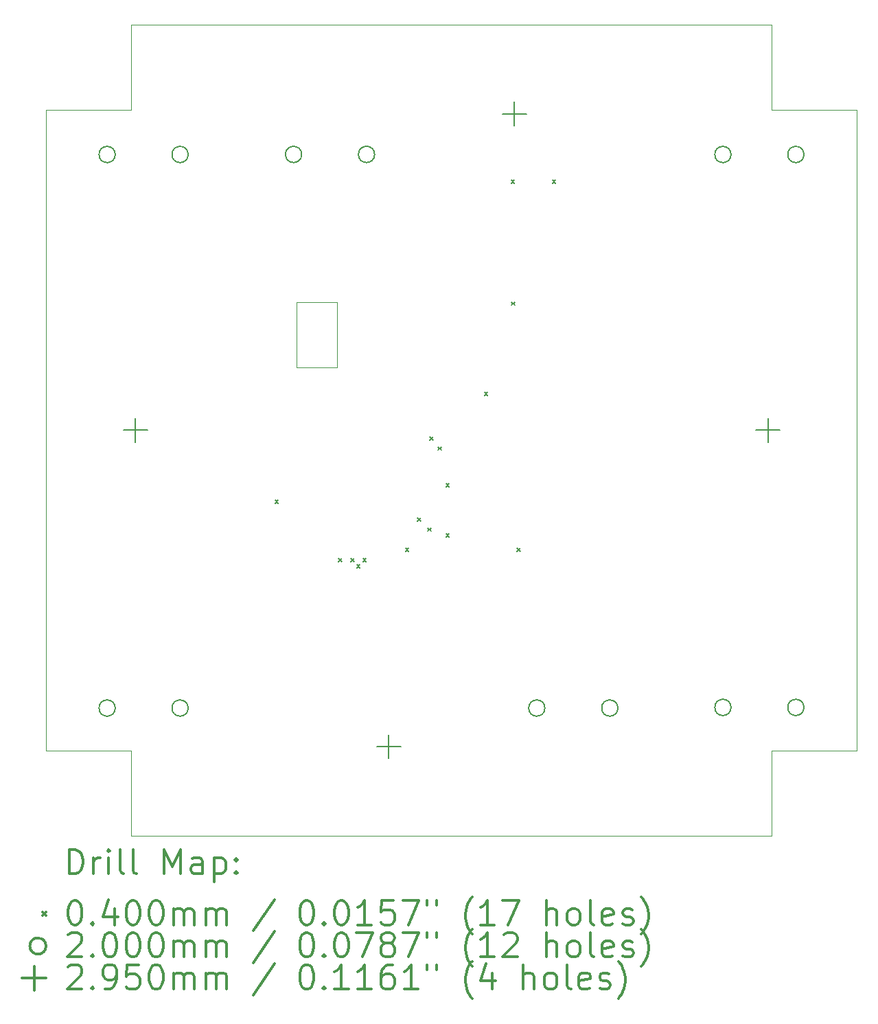
<source format=gbr>
%FSLAX45Y45*%
G04 Gerber Fmt 4.5, Leading zero omitted, Abs format (unit mm)*
G04 Created by KiCad (PCBNEW (5.1.10)-1) date 2022-05-09 17:44:12*
%MOMM*%
%LPD*%
G01*
G04 APERTURE LIST*
%TA.AperFunction,Profile*%
%ADD10C,0.050000*%
%TD*%
%ADD11C,0.200000*%
%ADD12C,0.300000*%
G04 APERTURE END LIST*
D10*
X13535000Y-6925000D02*
X13535000Y-7725000D01*
X13035000Y-7725000D02*
X13035000Y-6925000D01*
X13035000Y-7725000D02*
X13535000Y-7725000D01*
X13035000Y-6925000D02*
X13535000Y-6925000D01*
X9950000Y-4550000D02*
X11000000Y-4550000D01*
X9950000Y-12450000D02*
X9950000Y-4550000D01*
X11000000Y-12450000D02*
X9950000Y-12450000D01*
X11000000Y-13500000D02*
X11000000Y-12450000D01*
X18900000Y-13500000D02*
X11000000Y-13500000D01*
X18900000Y-12450000D02*
X18900000Y-13500000D01*
X19950000Y-12450000D02*
X18900000Y-12450000D01*
X19950000Y-4550000D02*
X19950000Y-12450000D01*
X18900000Y-4550000D02*
X19950000Y-4550000D01*
X18900000Y-3500000D02*
X18900000Y-4550000D01*
X11000000Y-3500000D02*
X18900000Y-3500000D01*
X11000000Y-4550000D02*
X11000000Y-3500000D01*
D11*
X12772400Y-9358200D02*
X12812400Y-9398200D01*
X12812400Y-9358200D02*
X12772400Y-9398200D01*
X13555000Y-10080000D02*
X13595000Y-10120000D01*
X13595000Y-10080000D02*
X13555000Y-10120000D01*
X13705000Y-10080000D02*
X13745000Y-10120000D01*
X13745000Y-10080000D02*
X13705000Y-10120000D01*
X13780000Y-10155000D02*
X13820000Y-10195000D01*
X13820000Y-10155000D02*
X13780000Y-10195000D01*
X13855000Y-10080000D02*
X13895000Y-10120000D01*
X13895000Y-10080000D02*
X13855000Y-10120000D01*
X14380000Y-9955000D02*
X14420000Y-9995000D01*
X14420000Y-9955000D02*
X14380000Y-9995000D01*
X14530000Y-9580000D02*
X14570000Y-9620000D01*
X14570000Y-9580000D02*
X14530000Y-9620000D01*
X14655000Y-9705000D02*
X14695000Y-9745000D01*
X14695000Y-9705000D02*
X14655000Y-9745000D01*
X14680000Y-8580000D02*
X14720000Y-8620000D01*
X14720000Y-8580000D02*
X14680000Y-8620000D01*
X14780000Y-8705000D02*
X14820000Y-8745000D01*
X14820000Y-8705000D02*
X14780000Y-8745000D01*
X14880000Y-9155000D02*
X14920000Y-9195000D01*
X14920000Y-9155000D02*
X14880000Y-9195000D01*
X14880000Y-9775001D02*
X14920000Y-9815001D01*
X14920000Y-9775001D02*
X14880000Y-9815001D01*
X15355000Y-8030000D02*
X15395000Y-8070000D01*
X15395000Y-8030000D02*
X15355000Y-8070000D01*
X15683000Y-5415200D02*
X15723000Y-5455200D01*
X15723000Y-5415200D02*
X15683000Y-5455200D01*
X15691000Y-6919000D02*
X15731000Y-6959000D01*
X15731000Y-6919000D02*
X15691000Y-6959000D01*
X15755000Y-9955000D02*
X15795000Y-9995000D01*
X15795000Y-9955000D02*
X15755000Y-9995000D01*
X16191000Y-5415200D02*
X16231000Y-5455200D01*
X16231000Y-5415200D02*
X16191000Y-5455200D01*
X10800600Y-5100800D02*
G75*
G03*
X10800600Y-5100800I-100000J0D01*
G01*
X10800600Y-11925000D02*
G75*
G03*
X10800600Y-11925000I-100000J0D01*
G01*
X11700600Y-5100800D02*
G75*
G03*
X11700600Y-5100800I-100000J0D01*
G01*
X11700600Y-11925000D02*
G75*
G03*
X11700600Y-11925000I-100000J0D01*
G01*
X13100000Y-5100000D02*
G75*
G03*
X13100000Y-5100000I-100000J0D01*
G01*
X14000000Y-5100000D02*
G75*
G03*
X14000000Y-5100000I-100000J0D01*
G01*
X16100000Y-11925000D02*
G75*
G03*
X16100000Y-11925000I-100000J0D01*
G01*
X17000000Y-11925000D02*
G75*
G03*
X17000000Y-11925000I-100000J0D01*
G01*
X18395200Y-5100800D02*
G75*
G03*
X18395200Y-5100800I-100000J0D01*
G01*
X18395200Y-11917200D02*
G75*
G03*
X18395200Y-11917200I-100000J0D01*
G01*
X19295200Y-5100800D02*
G75*
G03*
X19295200Y-5100800I-100000J0D01*
G01*
X19295200Y-11917200D02*
G75*
G03*
X19295200Y-11917200I-100000J0D01*
G01*
X11050000Y-8352500D02*
X11050000Y-8647500D01*
X10902500Y-8500000D02*
X11197500Y-8500000D01*
X14175000Y-12252500D02*
X14175000Y-12547500D01*
X14027500Y-12400000D02*
X14322500Y-12400000D01*
X15725000Y-4452500D02*
X15725000Y-4747500D01*
X15577500Y-4600000D02*
X15872500Y-4600000D01*
X18850000Y-8352500D02*
X18850000Y-8647500D01*
X18702500Y-8500000D02*
X18997500Y-8500000D01*
D12*
X10233928Y-13968214D02*
X10233928Y-13668214D01*
X10305357Y-13668214D01*
X10348214Y-13682500D01*
X10376786Y-13711071D01*
X10391071Y-13739643D01*
X10405357Y-13796786D01*
X10405357Y-13839643D01*
X10391071Y-13896786D01*
X10376786Y-13925357D01*
X10348214Y-13953929D01*
X10305357Y-13968214D01*
X10233928Y-13968214D01*
X10533928Y-13968214D02*
X10533928Y-13768214D01*
X10533928Y-13825357D02*
X10548214Y-13796786D01*
X10562500Y-13782500D01*
X10591071Y-13768214D01*
X10619643Y-13768214D01*
X10719643Y-13968214D02*
X10719643Y-13768214D01*
X10719643Y-13668214D02*
X10705357Y-13682500D01*
X10719643Y-13696786D01*
X10733928Y-13682500D01*
X10719643Y-13668214D01*
X10719643Y-13696786D01*
X10905357Y-13968214D02*
X10876786Y-13953929D01*
X10862500Y-13925357D01*
X10862500Y-13668214D01*
X11062500Y-13968214D02*
X11033928Y-13953929D01*
X11019643Y-13925357D01*
X11019643Y-13668214D01*
X11405357Y-13968214D02*
X11405357Y-13668214D01*
X11505357Y-13882500D01*
X11605357Y-13668214D01*
X11605357Y-13968214D01*
X11876786Y-13968214D02*
X11876786Y-13811071D01*
X11862500Y-13782500D01*
X11833928Y-13768214D01*
X11776786Y-13768214D01*
X11748214Y-13782500D01*
X11876786Y-13953929D02*
X11848214Y-13968214D01*
X11776786Y-13968214D01*
X11748214Y-13953929D01*
X11733928Y-13925357D01*
X11733928Y-13896786D01*
X11748214Y-13868214D01*
X11776786Y-13853929D01*
X11848214Y-13853929D01*
X11876786Y-13839643D01*
X12019643Y-13768214D02*
X12019643Y-14068214D01*
X12019643Y-13782500D02*
X12048214Y-13768214D01*
X12105357Y-13768214D01*
X12133928Y-13782500D01*
X12148214Y-13796786D01*
X12162500Y-13825357D01*
X12162500Y-13911071D01*
X12148214Y-13939643D01*
X12133928Y-13953929D01*
X12105357Y-13968214D01*
X12048214Y-13968214D01*
X12019643Y-13953929D01*
X12291071Y-13939643D02*
X12305357Y-13953929D01*
X12291071Y-13968214D01*
X12276786Y-13953929D01*
X12291071Y-13939643D01*
X12291071Y-13968214D01*
X12291071Y-13782500D02*
X12305357Y-13796786D01*
X12291071Y-13811071D01*
X12276786Y-13796786D01*
X12291071Y-13782500D01*
X12291071Y-13811071D01*
X9907500Y-14442500D02*
X9947500Y-14482500D01*
X9947500Y-14442500D02*
X9907500Y-14482500D01*
X10291071Y-14298214D02*
X10319643Y-14298214D01*
X10348214Y-14312500D01*
X10362500Y-14326786D01*
X10376786Y-14355357D01*
X10391071Y-14412500D01*
X10391071Y-14483929D01*
X10376786Y-14541071D01*
X10362500Y-14569643D01*
X10348214Y-14583929D01*
X10319643Y-14598214D01*
X10291071Y-14598214D01*
X10262500Y-14583929D01*
X10248214Y-14569643D01*
X10233928Y-14541071D01*
X10219643Y-14483929D01*
X10219643Y-14412500D01*
X10233928Y-14355357D01*
X10248214Y-14326786D01*
X10262500Y-14312500D01*
X10291071Y-14298214D01*
X10519643Y-14569643D02*
X10533928Y-14583929D01*
X10519643Y-14598214D01*
X10505357Y-14583929D01*
X10519643Y-14569643D01*
X10519643Y-14598214D01*
X10791071Y-14398214D02*
X10791071Y-14598214D01*
X10719643Y-14283929D02*
X10648214Y-14498214D01*
X10833928Y-14498214D01*
X11005357Y-14298214D02*
X11033928Y-14298214D01*
X11062500Y-14312500D01*
X11076786Y-14326786D01*
X11091071Y-14355357D01*
X11105357Y-14412500D01*
X11105357Y-14483929D01*
X11091071Y-14541071D01*
X11076786Y-14569643D01*
X11062500Y-14583929D01*
X11033928Y-14598214D01*
X11005357Y-14598214D01*
X10976786Y-14583929D01*
X10962500Y-14569643D01*
X10948214Y-14541071D01*
X10933928Y-14483929D01*
X10933928Y-14412500D01*
X10948214Y-14355357D01*
X10962500Y-14326786D01*
X10976786Y-14312500D01*
X11005357Y-14298214D01*
X11291071Y-14298214D02*
X11319643Y-14298214D01*
X11348214Y-14312500D01*
X11362500Y-14326786D01*
X11376786Y-14355357D01*
X11391071Y-14412500D01*
X11391071Y-14483929D01*
X11376786Y-14541071D01*
X11362500Y-14569643D01*
X11348214Y-14583929D01*
X11319643Y-14598214D01*
X11291071Y-14598214D01*
X11262500Y-14583929D01*
X11248214Y-14569643D01*
X11233928Y-14541071D01*
X11219643Y-14483929D01*
X11219643Y-14412500D01*
X11233928Y-14355357D01*
X11248214Y-14326786D01*
X11262500Y-14312500D01*
X11291071Y-14298214D01*
X11519643Y-14598214D02*
X11519643Y-14398214D01*
X11519643Y-14426786D02*
X11533928Y-14412500D01*
X11562500Y-14398214D01*
X11605357Y-14398214D01*
X11633928Y-14412500D01*
X11648214Y-14441071D01*
X11648214Y-14598214D01*
X11648214Y-14441071D02*
X11662500Y-14412500D01*
X11691071Y-14398214D01*
X11733928Y-14398214D01*
X11762500Y-14412500D01*
X11776786Y-14441071D01*
X11776786Y-14598214D01*
X11919643Y-14598214D02*
X11919643Y-14398214D01*
X11919643Y-14426786D02*
X11933928Y-14412500D01*
X11962500Y-14398214D01*
X12005357Y-14398214D01*
X12033928Y-14412500D01*
X12048214Y-14441071D01*
X12048214Y-14598214D01*
X12048214Y-14441071D02*
X12062500Y-14412500D01*
X12091071Y-14398214D01*
X12133928Y-14398214D01*
X12162500Y-14412500D01*
X12176786Y-14441071D01*
X12176786Y-14598214D01*
X12762500Y-14283929D02*
X12505357Y-14669643D01*
X13148214Y-14298214D02*
X13176786Y-14298214D01*
X13205357Y-14312500D01*
X13219643Y-14326786D01*
X13233928Y-14355357D01*
X13248214Y-14412500D01*
X13248214Y-14483929D01*
X13233928Y-14541071D01*
X13219643Y-14569643D01*
X13205357Y-14583929D01*
X13176786Y-14598214D01*
X13148214Y-14598214D01*
X13119643Y-14583929D01*
X13105357Y-14569643D01*
X13091071Y-14541071D01*
X13076786Y-14483929D01*
X13076786Y-14412500D01*
X13091071Y-14355357D01*
X13105357Y-14326786D01*
X13119643Y-14312500D01*
X13148214Y-14298214D01*
X13376786Y-14569643D02*
X13391071Y-14583929D01*
X13376786Y-14598214D01*
X13362500Y-14583929D01*
X13376786Y-14569643D01*
X13376786Y-14598214D01*
X13576786Y-14298214D02*
X13605357Y-14298214D01*
X13633928Y-14312500D01*
X13648214Y-14326786D01*
X13662500Y-14355357D01*
X13676786Y-14412500D01*
X13676786Y-14483929D01*
X13662500Y-14541071D01*
X13648214Y-14569643D01*
X13633928Y-14583929D01*
X13605357Y-14598214D01*
X13576786Y-14598214D01*
X13548214Y-14583929D01*
X13533928Y-14569643D01*
X13519643Y-14541071D01*
X13505357Y-14483929D01*
X13505357Y-14412500D01*
X13519643Y-14355357D01*
X13533928Y-14326786D01*
X13548214Y-14312500D01*
X13576786Y-14298214D01*
X13962500Y-14598214D02*
X13791071Y-14598214D01*
X13876786Y-14598214D02*
X13876786Y-14298214D01*
X13848214Y-14341071D01*
X13819643Y-14369643D01*
X13791071Y-14383929D01*
X14233928Y-14298214D02*
X14091071Y-14298214D01*
X14076786Y-14441071D01*
X14091071Y-14426786D01*
X14119643Y-14412500D01*
X14191071Y-14412500D01*
X14219643Y-14426786D01*
X14233928Y-14441071D01*
X14248214Y-14469643D01*
X14248214Y-14541071D01*
X14233928Y-14569643D01*
X14219643Y-14583929D01*
X14191071Y-14598214D01*
X14119643Y-14598214D01*
X14091071Y-14583929D01*
X14076786Y-14569643D01*
X14348214Y-14298214D02*
X14548214Y-14298214D01*
X14419643Y-14598214D01*
X14648214Y-14298214D02*
X14648214Y-14355357D01*
X14762500Y-14298214D02*
X14762500Y-14355357D01*
X15205357Y-14712500D02*
X15191071Y-14698214D01*
X15162500Y-14655357D01*
X15148214Y-14626786D01*
X15133928Y-14583929D01*
X15119643Y-14512500D01*
X15119643Y-14455357D01*
X15133928Y-14383929D01*
X15148214Y-14341071D01*
X15162500Y-14312500D01*
X15191071Y-14269643D01*
X15205357Y-14255357D01*
X15476786Y-14598214D02*
X15305357Y-14598214D01*
X15391071Y-14598214D02*
X15391071Y-14298214D01*
X15362500Y-14341071D01*
X15333928Y-14369643D01*
X15305357Y-14383929D01*
X15576786Y-14298214D02*
X15776786Y-14298214D01*
X15648214Y-14598214D01*
X16119643Y-14598214D02*
X16119643Y-14298214D01*
X16248214Y-14598214D02*
X16248214Y-14441071D01*
X16233928Y-14412500D01*
X16205357Y-14398214D01*
X16162500Y-14398214D01*
X16133928Y-14412500D01*
X16119643Y-14426786D01*
X16433928Y-14598214D02*
X16405357Y-14583929D01*
X16391071Y-14569643D01*
X16376786Y-14541071D01*
X16376786Y-14455357D01*
X16391071Y-14426786D01*
X16405357Y-14412500D01*
X16433928Y-14398214D01*
X16476786Y-14398214D01*
X16505357Y-14412500D01*
X16519643Y-14426786D01*
X16533928Y-14455357D01*
X16533928Y-14541071D01*
X16519643Y-14569643D01*
X16505357Y-14583929D01*
X16476786Y-14598214D01*
X16433928Y-14598214D01*
X16705357Y-14598214D02*
X16676786Y-14583929D01*
X16662500Y-14555357D01*
X16662500Y-14298214D01*
X16933928Y-14583929D02*
X16905357Y-14598214D01*
X16848214Y-14598214D01*
X16819643Y-14583929D01*
X16805357Y-14555357D01*
X16805357Y-14441071D01*
X16819643Y-14412500D01*
X16848214Y-14398214D01*
X16905357Y-14398214D01*
X16933928Y-14412500D01*
X16948214Y-14441071D01*
X16948214Y-14469643D01*
X16805357Y-14498214D01*
X17062500Y-14583929D02*
X17091071Y-14598214D01*
X17148214Y-14598214D01*
X17176786Y-14583929D01*
X17191071Y-14555357D01*
X17191071Y-14541071D01*
X17176786Y-14512500D01*
X17148214Y-14498214D01*
X17105357Y-14498214D01*
X17076786Y-14483929D01*
X17062500Y-14455357D01*
X17062500Y-14441071D01*
X17076786Y-14412500D01*
X17105357Y-14398214D01*
X17148214Y-14398214D01*
X17176786Y-14412500D01*
X17291071Y-14712500D02*
X17305357Y-14698214D01*
X17333928Y-14655357D01*
X17348214Y-14626786D01*
X17362500Y-14583929D01*
X17376786Y-14512500D01*
X17376786Y-14455357D01*
X17362500Y-14383929D01*
X17348214Y-14341071D01*
X17333928Y-14312500D01*
X17305357Y-14269643D01*
X17291071Y-14255357D01*
X9947500Y-14858500D02*
G75*
G03*
X9947500Y-14858500I-100000J0D01*
G01*
X10219643Y-14722786D02*
X10233928Y-14708500D01*
X10262500Y-14694214D01*
X10333928Y-14694214D01*
X10362500Y-14708500D01*
X10376786Y-14722786D01*
X10391071Y-14751357D01*
X10391071Y-14779929D01*
X10376786Y-14822786D01*
X10205357Y-14994214D01*
X10391071Y-14994214D01*
X10519643Y-14965643D02*
X10533928Y-14979929D01*
X10519643Y-14994214D01*
X10505357Y-14979929D01*
X10519643Y-14965643D01*
X10519643Y-14994214D01*
X10719643Y-14694214D02*
X10748214Y-14694214D01*
X10776786Y-14708500D01*
X10791071Y-14722786D01*
X10805357Y-14751357D01*
X10819643Y-14808500D01*
X10819643Y-14879929D01*
X10805357Y-14937071D01*
X10791071Y-14965643D01*
X10776786Y-14979929D01*
X10748214Y-14994214D01*
X10719643Y-14994214D01*
X10691071Y-14979929D01*
X10676786Y-14965643D01*
X10662500Y-14937071D01*
X10648214Y-14879929D01*
X10648214Y-14808500D01*
X10662500Y-14751357D01*
X10676786Y-14722786D01*
X10691071Y-14708500D01*
X10719643Y-14694214D01*
X11005357Y-14694214D02*
X11033928Y-14694214D01*
X11062500Y-14708500D01*
X11076786Y-14722786D01*
X11091071Y-14751357D01*
X11105357Y-14808500D01*
X11105357Y-14879929D01*
X11091071Y-14937071D01*
X11076786Y-14965643D01*
X11062500Y-14979929D01*
X11033928Y-14994214D01*
X11005357Y-14994214D01*
X10976786Y-14979929D01*
X10962500Y-14965643D01*
X10948214Y-14937071D01*
X10933928Y-14879929D01*
X10933928Y-14808500D01*
X10948214Y-14751357D01*
X10962500Y-14722786D01*
X10976786Y-14708500D01*
X11005357Y-14694214D01*
X11291071Y-14694214D02*
X11319643Y-14694214D01*
X11348214Y-14708500D01*
X11362500Y-14722786D01*
X11376786Y-14751357D01*
X11391071Y-14808500D01*
X11391071Y-14879929D01*
X11376786Y-14937071D01*
X11362500Y-14965643D01*
X11348214Y-14979929D01*
X11319643Y-14994214D01*
X11291071Y-14994214D01*
X11262500Y-14979929D01*
X11248214Y-14965643D01*
X11233928Y-14937071D01*
X11219643Y-14879929D01*
X11219643Y-14808500D01*
X11233928Y-14751357D01*
X11248214Y-14722786D01*
X11262500Y-14708500D01*
X11291071Y-14694214D01*
X11519643Y-14994214D02*
X11519643Y-14794214D01*
X11519643Y-14822786D02*
X11533928Y-14808500D01*
X11562500Y-14794214D01*
X11605357Y-14794214D01*
X11633928Y-14808500D01*
X11648214Y-14837071D01*
X11648214Y-14994214D01*
X11648214Y-14837071D02*
X11662500Y-14808500D01*
X11691071Y-14794214D01*
X11733928Y-14794214D01*
X11762500Y-14808500D01*
X11776786Y-14837071D01*
X11776786Y-14994214D01*
X11919643Y-14994214D02*
X11919643Y-14794214D01*
X11919643Y-14822786D02*
X11933928Y-14808500D01*
X11962500Y-14794214D01*
X12005357Y-14794214D01*
X12033928Y-14808500D01*
X12048214Y-14837071D01*
X12048214Y-14994214D01*
X12048214Y-14837071D02*
X12062500Y-14808500D01*
X12091071Y-14794214D01*
X12133928Y-14794214D01*
X12162500Y-14808500D01*
X12176786Y-14837071D01*
X12176786Y-14994214D01*
X12762500Y-14679929D02*
X12505357Y-15065643D01*
X13148214Y-14694214D02*
X13176786Y-14694214D01*
X13205357Y-14708500D01*
X13219643Y-14722786D01*
X13233928Y-14751357D01*
X13248214Y-14808500D01*
X13248214Y-14879929D01*
X13233928Y-14937071D01*
X13219643Y-14965643D01*
X13205357Y-14979929D01*
X13176786Y-14994214D01*
X13148214Y-14994214D01*
X13119643Y-14979929D01*
X13105357Y-14965643D01*
X13091071Y-14937071D01*
X13076786Y-14879929D01*
X13076786Y-14808500D01*
X13091071Y-14751357D01*
X13105357Y-14722786D01*
X13119643Y-14708500D01*
X13148214Y-14694214D01*
X13376786Y-14965643D02*
X13391071Y-14979929D01*
X13376786Y-14994214D01*
X13362500Y-14979929D01*
X13376786Y-14965643D01*
X13376786Y-14994214D01*
X13576786Y-14694214D02*
X13605357Y-14694214D01*
X13633928Y-14708500D01*
X13648214Y-14722786D01*
X13662500Y-14751357D01*
X13676786Y-14808500D01*
X13676786Y-14879929D01*
X13662500Y-14937071D01*
X13648214Y-14965643D01*
X13633928Y-14979929D01*
X13605357Y-14994214D01*
X13576786Y-14994214D01*
X13548214Y-14979929D01*
X13533928Y-14965643D01*
X13519643Y-14937071D01*
X13505357Y-14879929D01*
X13505357Y-14808500D01*
X13519643Y-14751357D01*
X13533928Y-14722786D01*
X13548214Y-14708500D01*
X13576786Y-14694214D01*
X13776786Y-14694214D02*
X13976786Y-14694214D01*
X13848214Y-14994214D01*
X14133928Y-14822786D02*
X14105357Y-14808500D01*
X14091071Y-14794214D01*
X14076786Y-14765643D01*
X14076786Y-14751357D01*
X14091071Y-14722786D01*
X14105357Y-14708500D01*
X14133928Y-14694214D01*
X14191071Y-14694214D01*
X14219643Y-14708500D01*
X14233928Y-14722786D01*
X14248214Y-14751357D01*
X14248214Y-14765643D01*
X14233928Y-14794214D01*
X14219643Y-14808500D01*
X14191071Y-14822786D01*
X14133928Y-14822786D01*
X14105357Y-14837071D01*
X14091071Y-14851357D01*
X14076786Y-14879929D01*
X14076786Y-14937071D01*
X14091071Y-14965643D01*
X14105357Y-14979929D01*
X14133928Y-14994214D01*
X14191071Y-14994214D01*
X14219643Y-14979929D01*
X14233928Y-14965643D01*
X14248214Y-14937071D01*
X14248214Y-14879929D01*
X14233928Y-14851357D01*
X14219643Y-14837071D01*
X14191071Y-14822786D01*
X14348214Y-14694214D02*
X14548214Y-14694214D01*
X14419643Y-14994214D01*
X14648214Y-14694214D02*
X14648214Y-14751357D01*
X14762500Y-14694214D02*
X14762500Y-14751357D01*
X15205357Y-15108500D02*
X15191071Y-15094214D01*
X15162500Y-15051357D01*
X15148214Y-15022786D01*
X15133928Y-14979929D01*
X15119643Y-14908500D01*
X15119643Y-14851357D01*
X15133928Y-14779929D01*
X15148214Y-14737071D01*
X15162500Y-14708500D01*
X15191071Y-14665643D01*
X15205357Y-14651357D01*
X15476786Y-14994214D02*
X15305357Y-14994214D01*
X15391071Y-14994214D02*
X15391071Y-14694214D01*
X15362500Y-14737071D01*
X15333928Y-14765643D01*
X15305357Y-14779929D01*
X15591071Y-14722786D02*
X15605357Y-14708500D01*
X15633928Y-14694214D01*
X15705357Y-14694214D01*
X15733928Y-14708500D01*
X15748214Y-14722786D01*
X15762500Y-14751357D01*
X15762500Y-14779929D01*
X15748214Y-14822786D01*
X15576786Y-14994214D01*
X15762500Y-14994214D01*
X16119643Y-14994214D02*
X16119643Y-14694214D01*
X16248214Y-14994214D02*
X16248214Y-14837071D01*
X16233928Y-14808500D01*
X16205357Y-14794214D01*
X16162500Y-14794214D01*
X16133928Y-14808500D01*
X16119643Y-14822786D01*
X16433928Y-14994214D02*
X16405357Y-14979929D01*
X16391071Y-14965643D01*
X16376786Y-14937071D01*
X16376786Y-14851357D01*
X16391071Y-14822786D01*
X16405357Y-14808500D01*
X16433928Y-14794214D01*
X16476786Y-14794214D01*
X16505357Y-14808500D01*
X16519643Y-14822786D01*
X16533928Y-14851357D01*
X16533928Y-14937071D01*
X16519643Y-14965643D01*
X16505357Y-14979929D01*
X16476786Y-14994214D01*
X16433928Y-14994214D01*
X16705357Y-14994214D02*
X16676786Y-14979929D01*
X16662500Y-14951357D01*
X16662500Y-14694214D01*
X16933928Y-14979929D02*
X16905357Y-14994214D01*
X16848214Y-14994214D01*
X16819643Y-14979929D01*
X16805357Y-14951357D01*
X16805357Y-14837071D01*
X16819643Y-14808500D01*
X16848214Y-14794214D01*
X16905357Y-14794214D01*
X16933928Y-14808500D01*
X16948214Y-14837071D01*
X16948214Y-14865643D01*
X16805357Y-14894214D01*
X17062500Y-14979929D02*
X17091071Y-14994214D01*
X17148214Y-14994214D01*
X17176786Y-14979929D01*
X17191071Y-14951357D01*
X17191071Y-14937071D01*
X17176786Y-14908500D01*
X17148214Y-14894214D01*
X17105357Y-14894214D01*
X17076786Y-14879929D01*
X17062500Y-14851357D01*
X17062500Y-14837071D01*
X17076786Y-14808500D01*
X17105357Y-14794214D01*
X17148214Y-14794214D01*
X17176786Y-14808500D01*
X17291071Y-15108500D02*
X17305357Y-15094214D01*
X17333928Y-15051357D01*
X17348214Y-15022786D01*
X17362500Y-14979929D01*
X17376786Y-14908500D01*
X17376786Y-14851357D01*
X17362500Y-14779929D01*
X17348214Y-14737071D01*
X17333928Y-14708500D01*
X17305357Y-14665643D01*
X17291071Y-14651357D01*
X9800000Y-15107000D02*
X9800000Y-15402000D01*
X9652500Y-15254500D02*
X9947500Y-15254500D01*
X10219643Y-15118786D02*
X10233928Y-15104500D01*
X10262500Y-15090214D01*
X10333928Y-15090214D01*
X10362500Y-15104500D01*
X10376786Y-15118786D01*
X10391071Y-15147357D01*
X10391071Y-15175929D01*
X10376786Y-15218786D01*
X10205357Y-15390214D01*
X10391071Y-15390214D01*
X10519643Y-15361643D02*
X10533928Y-15375929D01*
X10519643Y-15390214D01*
X10505357Y-15375929D01*
X10519643Y-15361643D01*
X10519643Y-15390214D01*
X10676786Y-15390214D02*
X10733928Y-15390214D01*
X10762500Y-15375929D01*
X10776786Y-15361643D01*
X10805357Y-15318786D01*
X10819643Y-15261643D01*
X10819643Y-15147357D01*
X10805357Y-15118786D01*
X10791071Y-15104500D01*
X10762500Y-15090214D01*
X10705357Y-15090214D01*
X10676786Y-15104500D01*
X10662500Y-15118786D01*
X10648214Y-15147357D01*
X10648214Y-15218786D01*
X10662500Y-15247357D01*
X10676786Y-15261643D01*
X10705357Y-15275929D01*
X10762500Y-15275929D01*
X10791071Y-15261643D01*
X10805357Y-15247357D01*
X10819643Y-15218786D01*
X11091071Y-15090214D02*
X10948214Y-15090214D01*
X10933928Y-15233071D01*
X10948214Y-15218786D01*
X10976786Y-15204500D01*
X11048214Y-15204500D01*
X11076786Y-15218786D01*
X11091071Y-15233071D01*
X11105357Y-15261643D01*
X11105357Y-15333071D01*
X11091071Y-15361643D01*
X11076786Y-15375929D01*
X11048214Y-15390214D01*
X10976786Y-15390214D01*
X10948214Y-15375929D01*
X10933928Y-15361643D01*
X11291071Y-15090214D02*
X11319643Y-15090214D01*
X11348214Y-15104500D01*
X11362500Y-15118786D01*
X11376786Y-15147357D01*
X11391071Y-15204500D01*
X11391071Y-15275929D01*
X11376786Y-15333071D01*
X11362500Y-15361643D01*
X11348214Y-15375929D01*
X11319643Y-15390214D01*
X11291071Y-15390214D01*
X11262500Y-15375929D01*
X11248214Y-15361643D01*
X11233928Y-15333071D01*
X11219643Y-15275929D01*
X11219643Y-15204500D01*
X11233928Y-15147357D01*
X11248214Y-15118786D01*
X11262500Y-15104500D01*
X11291071Y-15090214D01*
X11519643Y-15390214D02*
X11519643Y-15190214D01*
X11519643Y-15218786D02*
X11533928Y-15204500D01*
X11562500Y-15190214D01*
X11605357Y-15190214D01*
X11633928Y-15204500D01*
X11648214Y-15233071D01*
X11648214Y-15390214D01*
X11648214Y-15233071D02*
X11662500Y-15204500D01*
X11691071Y-15190214D01*
X11733928Y-15190214D01*
X11762500Y-15204500D01*
X11776786Y-15233071D01*
X11776786Y-15390214D01*
X11919643Y-15390214D02*
X11919643Y-15190214D01*
X11919643Y-15218786D02*
X11933928Y-15204500D01*
X11962500Y-15190214D01*
X12005357Y-15190214D01*
X12033928Y-15204500D01*
X12048214Y-15233071D01*
X12048214Y-15390214D01*
X12048214Y-15233071D02*
X12062500Y-15204500D01*
X12091071Y-15190214D01*
X12133928Y-15190214D01*
X12162500Y-15204500D01*
X12176786Y-15233071D01*
X12176786Y-15390214D01*
X12762500Y-15075929D02*
X12505357Y-15461643D01*
X13148214Y-15090214D02*
X13176786Y-15090214D01*
X13205357Y-15104500D01*
X13219643Y-15118786D01*
X13233928Y-15147357D01*
X13248214Y-15204500D01*
X13248214Y-15275929D01*
X13233928Y-15333071D01*
X13219643Y-15361643D01*
X13205357Y-15375929D01*
X13176786Y-15390214D01*
X13148214Y-15390214D01*
X13119643Y-15375929D01*
X13105357Y-15361643D01*
X13091071Y-15333071D01*
X13076786Y-15275929D01*
X13076786Y-15204500D01*
X13091071Y-15147357D01*
X13105357Y-15118786D01*
X13119643Y-15104500D01*
X13148214Y-15090214D01*
X13376786Y-15361643D02*
X13391071Y-15375929D01*
X13376786Y-15390214D01*
X13362500Y-15375929D01*
X13376786Y-15361643D01*
X13376786Y-15390214D01*
X13676786Y-15390214D02*
X13505357Y-15390214D01*
X13591071Y-15390214D02*
X13591071Y-15090214D01*
X13562500Y-15133071D01*
X13533928Y-15161643D01*
X13505357Y-15175929D01*
X13962500Y-15390214D02*
X13791071Y-15390214D01*
X13876786Y-15390214D02*
X13876786Y-15090214D01*
X13848214Y-15133071D01*
X13819643Y-15161643D01*
X13791071Y-15175929D01*
X14219643Y-15090214D02*
X14162500Y-15090214D01*
X14133928Y-15104500D01*
X14119643Y-15118786D01*
X14091071Y-15161643D01*
X14076786Y-15218786D01*
X14076786Y-15333071D01*
X14091071Y-15361643D01*
X14105357Y-15375929D01*
X14133928Y-15390214D01*
X14191071Y-15390214D01*
X14219643Y-15375929D01*
X14233928Y-15361643D01*
X14248214Y-15333071D01*
X14248214Y-15261643D01*
X14233928Y-15233071D01*
X14219643Y-15218786D01*
X14191071Y-15204500D01*
X14133928Y-15204500D01*
X14105357Y-15218786D01*
X14091071Y-15233071D01*
X14076786Y-15261643D01*
X14533928Y-15390214D02*
X14362500Y-15390214D01*
X14448214Y-15390214D02*
X14448214Y-15090214D01*
X14419643Y-15133071D01*
X14391071Y-15161643D01*
X14362500Y-15175929D01*
X14648214Y-15090214D02*
X14648214Y-15147357D01*
X14762500Y-15090214D02*
X14762500Y-15147357D01*
X15205357Y-15504500D02*
X15191071Y-15490214D01*
X15162500Y-15447357D01*
X15148214Y-15418786D01*
X15133928Y-15375929D01*
X15119643Y-15304500D01*
X15119643Y-15247357D01*
X15133928Y-15175929D01*
X15148214Y-15133071D01*
X15162500Y-15104500D01*
X15191071Y-15061643D01*
X15205357Y-15047357D01*
X15448214Y-15190214D02*
X15448214Y-15390214D01*
X15376786Y-15075929D02*
X15305357Y-15290214D01*
X15491071Y-15290214D01*
X15833928Y-15390214D02*
X15833928Y-15090214D01*
X15962500Y-15390214D02*
X15962500Y-15233071D01*
X15948214Y-15204500D01*
X15919643Y-15190214D01*
X15876786Y-15190214D01*
X15848214Y-15204500D01*
X15833928Y-15218786D01*
X16148214Y-15390214D02*
X16119643Y-15375929D01*
X16105357Y-15361643D01*
X16091071Y-15333071D01*
X16091071Y-15247357D01*
X16105357Y-15218786D01*
X16119643Y-15204500D01*
X16148214Y-15190214D01*
X16191071Y-15190214D01*
X16219643Y-15204500D01*
X16233928Y-15218786D01*
X16248214Y-15247357D01*
X16248214Y-15333071D01*
X16233928Y-15361643D01*
X16219643Y-15375929D01*
X16191071Y-15390214D01*
X16148214Y-15390214D01*
X16419643Y-15390214D02*
X16391071Y-15375929D01*
X16376786Y-15347357D01*
X16376786Y-15090214D01*
X16648214Y-15375929D02*
X16619643Y-15390214D01*
X16562500Y-15390214D01*
X16533928Y-15375929D01*
X16519643Y-15347357D01*
X16519643Y-15233071D01*
X16533928Y-15204500D01*
X16562500Y-15190214D01*
X16619643Y-15190214D01*
X16648214Y-15204500D01*
X16662500Y-15233071D01*
X16662500Y-15261643D01*
X16519643Y-15290214D01*
X16776786Y-15375929D02*
X16805357Y-15390214D01*
X16862500Y-15390214D01*
X16891071Y-15375929D01*
X16905357Y-15347357D01*
X16905357Y-15333071D01*
X16891071Y-15304500D01*
X16862500Y-15290214D01*
X16819643Y-15290214D01*
X16791071Y-15275929D01*
X16776786Y-15247357D01*
X16776786Y-15233071D01*
X16791071Y-15204500D01*
X16819643Y-15190214D01*
X16862500Y-15190214D01*
X16891071Y-15204500D01*
X17005357Y-15504500D02*
X17019643Y-15490214D01*
X17048214Y-15447357D01*
X17062500Y-15418786D01*
X17076786Y-15375929D01*
X17091071Y-15304500D01*
X17091071Y-15247357D01*
X17076786Y-15175929D01*
X17062500Y-15133071D01*
X17048214Y-15104500D01*
X17019643Y-15061643D01*
X17005357Y-15047357D01*
M02*

</source>
